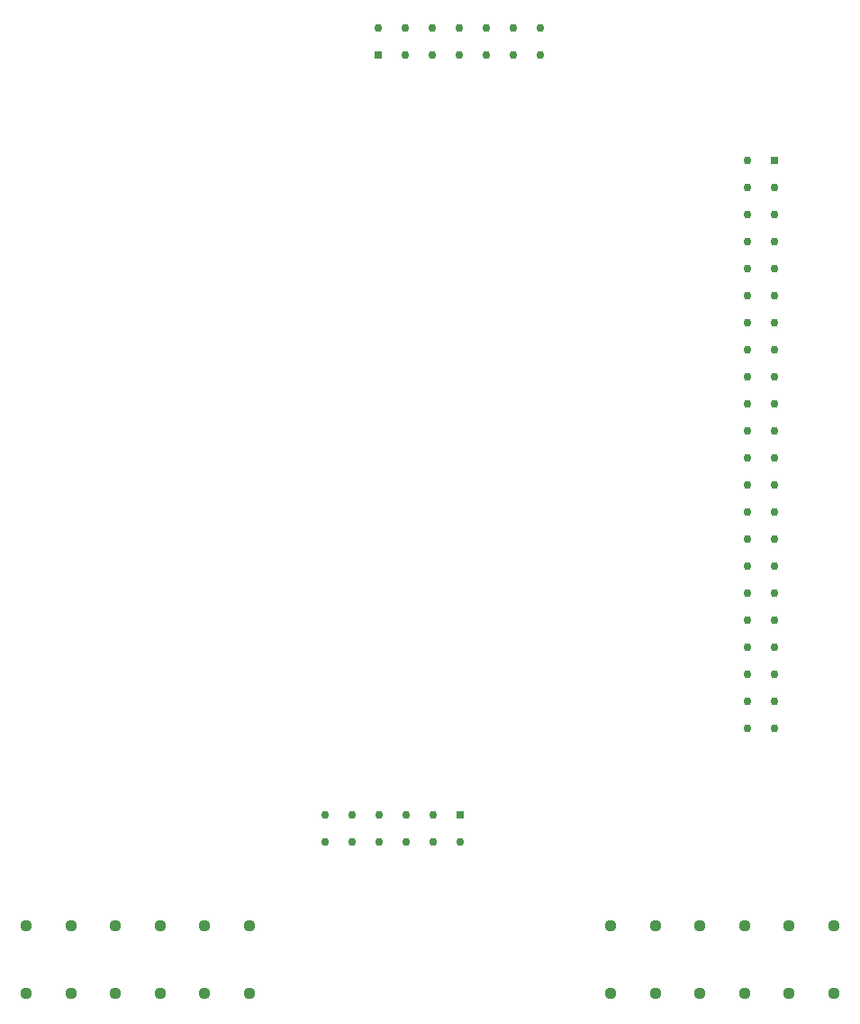
<source format=gbr>
G04 GENERATED BY PULSONIX 12.5 GERBER.DLL 9362*
G04 #@! TF.GenerationSoftware,Pulsonix,Pulsonix,12.5.9360*
G04 #@! TF.CreationDate,2023-08-16T02:31:00+04:00*
G04 #@! TF.Part,Single*
%INCOMPARATOR INTERFACE V2*%
%LNBOTTOM PASTE MASK*%
%FSLAX35Y35*%
%LPD*%
%MOIN*%
G04 #@! TF.FileFunction,Paste,Bot*
G04 #@! TF.FilePolarity,Positive*
G04 #@! TA.AperFunction,ComponentPad*
%ADD154R,0.03000X0.03000*%
%ADD155C,0.03000*%
%ADD156C,0.04429*%
G04 #@! TD.AperFunction*
X0Y0D02*
D02*
D154*
X146412Y1410002D03*
X177012Y1129202D03*
X293212Y1371202D03*
D02*
D155*
X127012Y1119202D03*
Y1129202D03*
X137012Y1119202D03*
Y1129202D03*
X146412Y1420002D03*
X147012Y1119202D03*
Y1129202D03*
X156412Y1410002D03*
Y1420002D03*
X157012Y1119202D03*
Y1129202D03*
X166412Y1410002D03*
Y1420002D03*
X167012Y1119202D03*
Y1129202D03*
X176412Y1410002D03*
Y1420002D03*
X177012Y1119202D03*
X186412Y1410002D03*
Y1420002D03*
X196412Y1410002D03*
Y1420002D03*
X206412Y1410002D03*
Y1420002D03*
X283212Y1161202D03*
Y1171202D03*
Y1181202D03*
Y1191202D03*
Y1201202D03*
Y1211202D03*
Y1221202D03*
Y1231202D03*
Y1241202D03*
Y1251202D03*
Y1261202D03*
Y1271202D03*
Y1281202D03*
Y1291202D03*
Y1301202D03*
Y1311202D03*
Y1321202D03*
Y1331202D03*
Y1341202D03*
Y1351202D03*
Y1361202D03*
Y1371202D03*
X293212Y1161202D03*
Y1171202D03*
Y1181202D03*
Y1191202D03*
Y1201202D03*
Y1211202D03*
Y1221202D03*
Y1231202D03*
Y1241202D03*
Y1251202D03*
Y1261202D03*
Y1271202D03*
Y1281202D03*
Y1291202D03*
Y1301202D03*
Y1311202D03*
Y1321202D03*
Y1331202D03*
Y1341202D03*
Y1351202D03*
Y1361202D03*
D02*
D156*
X16366Y1063046D03*
Y1088046D03*
X32862Y1063046D03*
Y1088046D03*
X49358Y1063046D03*
Y1088046D03*
X65854Y1063046D03*
Y1088046D03*
X82350Y1063046D03*
Y1088046D03*
X98846Y1063046D03*
Y1088046D03*
X232662Y1063046D03*
Y1088046D03*
X249158Y1063046D03*
Y1088046D03*
X265654Y1063046D03*
Y1088046D03*
X282150Y1063046D03*
Y1088046D03*
X298646Y1063046D03*
Y1088046D03*
X315142Y1063046D03*
Y1088046D03*
X0Y0D02*
M02*

</source>
